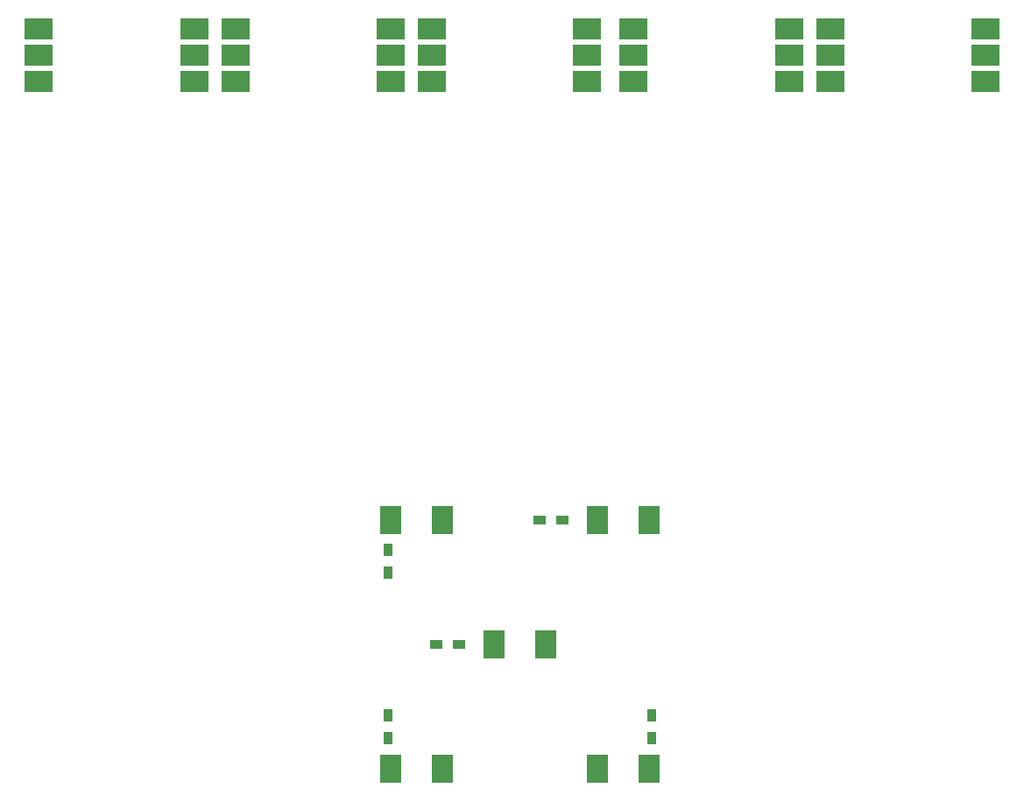
<source format=gbr>
G04 #@! TF.FileFunction,Paste,Bot*
%FSLAX46Y46*%
G04 Gerber Fmt 4.6, Leading zero omitted, Abs format (unit mm)*
G04 Created by KiCad (PCBNEW 4.0.7) date 06/10/18 15:36:23*
%MOMM*%
%LPD*%
G01*
G04 APERTURE LIST*
%ADD10C,0.100000*%
%ADD11R,1.200000X0.900000*%
%ADD12R,0.900000X1.200000*%
%ADD13R,2.794000X2.000000*%
%ADD14R,2.000000X2.800000*%
G04 APERTURE END LIST*
D10*
D11*
X154100000Y-101000000D03*
X151900000Y-101000000D03*
D12*
X137250000Y-103900000D03*
X137250000Y-106100000D03*
D11*
X144100000Y-113000000D03*
X141900000Y-113000000D03*
D12*
X137250000Y-122100000D03*
X137250000Y-119900000D03*
X162750000Y-122100000D03*
X162750000Y-119900000D03*
D13*
X195000000Y-53500000D03*
X195000000Y-56040000D03*
X195000000Y-58580000D03*
X180000000Y-53500000D03*
X180000000Y-56040000D03*
X180000000Y-58580000D03*
X118500000Y-53500000D03*
X118500000Y-56040000D03*
X118500000Y-58580000D03*
X103500000Y-53500000D03*
X103500000Y-56040000D03*
X103500000Y-58580000D03*
X156500000Y-53500000D03*
X156500000Y-56040000D03*
X156500000Y-58580000D03*
X141500000Y-53500000D03*
X141500000Y-56040000D03*
X141500000Y-58580000D03*
X137500000Y-53500000D03*
X137500000Y-56040000D03*
X137500000Y-58580000D03*
X122500000Y-53500000D03*
X122500000Y-56040000D03*
X122500000Y-58580000D03*
X176000000Y-53500000D03*
X176000000Y-56040000D03*
X176000000Y-58580000D03*
X161000000Y-53500000D03*
X161000000Y-56040000D03*
X161000000Y-58580000D03*
D14*
X162500000Y-101000000D03*
X157500000Y-101000000D03*
X142500000Y-101000000D03*
X137500000Y-101000000D03*
X152500000Y-113000000D03*
X147500000Y-113000000D03*
X142500000Y-125000000D03*
X137500000Y-125000000D03*
X157500000Y-125000000D03*
X162500000Y-125000000D03*
M02*

</source>
